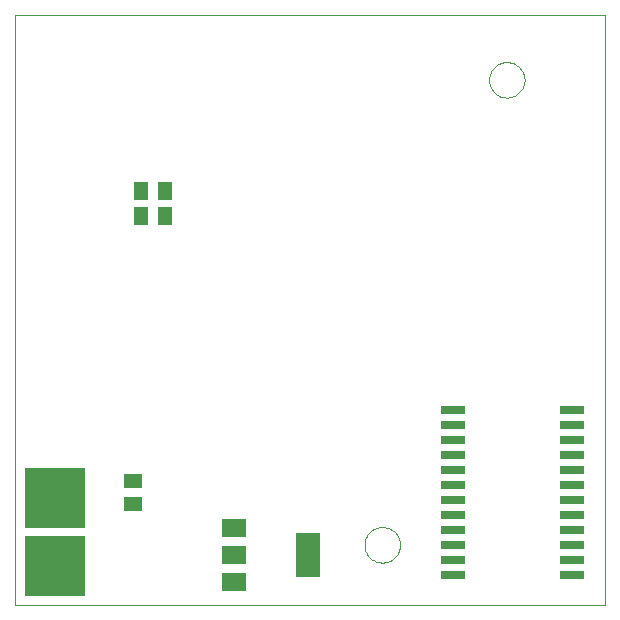
<source format=gbp>
G75*
G70*
%OFA0B0*%
%FSLAX24Y24*%
%IPPOS*%
%LPD*%
%AMOC8*
5,1,8,0,0,1.08239X$1,22.5*
%
%ADD10C,0.0000*%
%ADD11R,0.0800X0.0260*%
%ADD12R,0.0790X0.0590*%
%ADD13R,0.0790X0.1500*%
%ADD14R,0.1000X0.2000*%
%ADD15R,0.0512X0.0630*%
%ADD16R,0.0591X0.0512*%
D10*
X001189Y005227D02*
X001189Y024912D01*
X020874Y024912D01*
X020874Y005227D01*
X001189Y005227D01*
X012848Y007240D02*
X012850Y007288D01*
X012856Y007336D01*
X012866Y007383D01*
X012879Y007429D01*
X012897Y007474D01*
X012917Y007518D01*
X012942Y007560D01*
X012970Y007599D01*
X013000Y007636D01*
X013034Y007670D01*
X013071Y007702D01*
X013109Y007731D01*
X013150Y007756D01*
X013193Y007778D01*
X013238Y007796D01*
X013284Y007810D01*
X013331Y007821D01*
X013379Y007828D01*
X013427Y007831D01*
X013475Y007830D01*
X013523Y007825D01*
X013571Y007816D01*
X013617Y007804D01*
X013662Y007787D01*
X013706Y007767D01*
X013748Y007744D01*
X013788Y007717D01*
X013826Y007687D01*
X013861Y007654D01*
X013893Y007618D01*
X013923Y007580D01*
X013949Y007539D01*
X013971Y007496D01*
X013991Y007452D01*
X014006Y007407D01*
X014018Y007360D01*
X014026Y007312D01*
X014030Y007264D01*
X014030Y007216D01*
X014026Y007168D01*
X014018Y007120D01*
X014006Y007073D01*
X013991Y007028D01*
X013971Y006984D01*
X013949Y006941D01*
X013923Y006900D01*
X013893Y006862D01*
X013861Y006826D01*
X013826Y006793D01*
X013788Y006763D01*
X013748Y006736D01*
X013706Y006713D01*
X013662Y006693D01*
X013617Y006676D01*
X013571Y006664D01*
X013523Y006655D01*
X013475Y006650D01*
X013427Y006649D01*
X013379Y006652D01*
X013331Y006659D01*
X013284Y006670D01*
X013238Y006684D01*
X013193Y006702D01*
X013150Y006724D01*
X013109Y006749D01*
X013071Y006778D01*
X013034Y006810D01*
X013000Y006844D01*
X012970Y006881D01*
X012942Y006920D01*
X012917Y006962D01*
X012897Y007006D01*
X012879Y007051D01*
X012866Y007097D01*
X012856Y007144D01*
X012850Y007192D01*
X012848Y007240D01*
X016998Y022740D02*
X017000Y022788D01*
X017006Y022836D01*
X017016Y022883D01*
X017029Y022929D01*
X017047Y022974D01*
X017067Y023018D01*
X017092Y023060D01*
X017120Y023099D01*
X017150Y023136D01*
X017184Y023170D01*
X017221Y023202D01*
X017259Y023231D01*
X017300Y023256D01*
X017343Y023278D01*
X017388Y023296D01*
X017434Y023310D01*
X017481Y023321D01*
X017529Y023328D01*
X017577Y023331D01*
X017625Y023330D01*
X017673Y023325D01*
X017721Y023316D01*
X017767Y023304D01*
X017812Y023287D01*
X017856Y023267D01*
X017898Y023244D01*
X017938Y023217D01*
X017976Y023187D01*
X018011Y023154D01*
X018043Y023118D01*
X018073Y023080D01*
X018099Y023039D01*
X018121Y022996D01*
X018141Y022952D01*
X018156Y022907D01*
X018168Y022860D01*
X018176Y022812D01*
X018180Y022764D01*
X018180Y022716D01*
X018176Y022668D01*
X018168Y022620D01*
X018156Y022573D01*
X018141Y022528D01*
X018121Y022484D01*
X018099Y022441D01*
X018073Y022400D01*
X018043Y022362D01*
X018011Y022326D01*
X017976Y022293D01*
X017938Y022263D01*
X017898Y022236D01*
X017856Y022213D01*
X017812Y022193D01*
X017767Y022176D01*
X017721Y022164D01*
X017673Y022155D01*
X017625Y022150D01*
X017577Y022149D01*
X017529Y022152D01*
X017481Y022159D01*
X017434Y022170D01*
X017388Y022184D01*
X017343Y022202D01*
X017300Y022224D01*
X017259Y022249D01*
X017221Y022278D01*
X017184Y022310D01*
X017150Y022344D01*
X017120Y022381D01*
X017092Y022420D01*
X017067Y022462D01*
X017047Y022506D01*
X017029Y022551D01*
X017016Y022597D01*
X017006Y022644D01*
X017000Y022692D01*
X016998Y022740D01*
D11*
X015809Y011740D03*
X015809Y011240D03*
X015809Y010740D03*
X015809Y010240D03*
X015809Y009740D03*
X015809Y009240D03*
X015809Y008740D03*
X015809Y008240D03*
X015809Y007740D03*
X015809Y007240D03*
X015809Y006740D03*
X015809Y006240D03*
X019769Y006240D03*
X019769Y006740D03*
X019769Y007240D03*
X019769Y007740D03*
X019769Y008240D03*
X019769Y008740D03*
X019769Y009240D03*
X019769Y009740D03*
X019769Y010240D03*
X019769Y010740D03*
X019769Y011240D03*
X019769Y011740D03*
D12*
X008499Y007800D03*
X008499Y006900D03*
X008499Y006000D03*
D13*
X010979Y006890D03*
D14*
X003039Y006540D03*
X002039Y006540D03*
X002039Y008790D03*
X003039Y008790D03*
D15*
X005396Y018190D03*
X006183Y018190D03*
X006183Y019040D03*
X005396Y019040D03*
D16*
X005139Y009364D03*
X005139Y008616D03*
M02*

</source>
